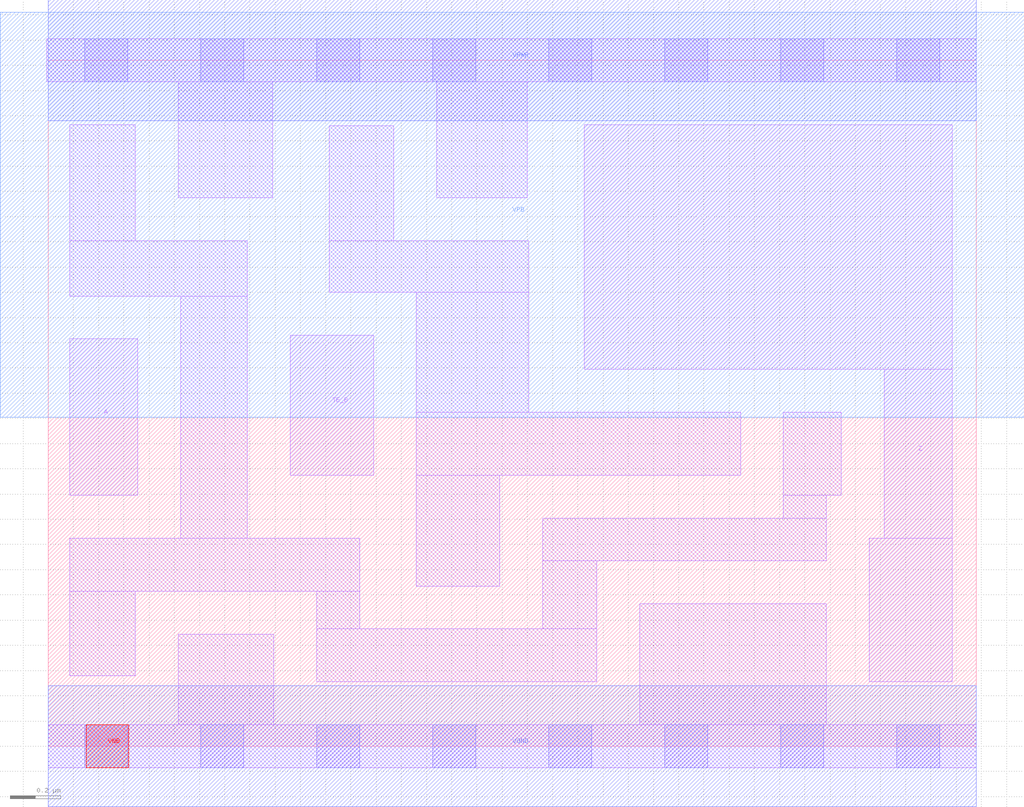
<source format=lef>
# Copyright 2020 The SkyWater PDK Authors
#
# Licensed under the Apache License, Version 2.0 (the "License");
# you may not use this file except in compliance with the License.
# You may obtain a copy of the License at
#
#     https://www.apache.org/licenses/LICENSE-2.0
#
# Unless required by applicable law or agreed to in writing, software
# distributed under the License is distributed on an "AS IS" BASIS,
# WITHOUT WARRANTIES OR CONDITIONS OF ANY KIND, either express or implied.
# See the License for the specific language governing permissions and
# limitations under the License.
#
# SPDX-License-Identifier: Apache-2.0

VERSION 5.7 ;
  NOWIREEXTENSIONATPIN ON ;
  DIVIDERCHAR "/" ;
  BUSBITCHARS "[]" ;
PROPERTYDEFINITIONS
  MACRO maskLayoutSubType STRING ;
  MACRO prCellType STRING ;
  MACRO originalViewName STRING ;
END PROPERTYDEFINITIONS
MACRO sky130_fd_sc_hdll__ebufn_1
  CLASS CORE ;
  FOREIGN sky130_fd_sc_hdll__ebufn_1 ;
  ORIGIN  0.000000  0.000000 ;
  SIZE  3.680000 BY  2.720000 ;
  SYMMETRY X Y R90 ;
  SITE unithd ;
  PIN A
    ANTENNAGATEAREA  0.178200 ;
    DIRECTION INPUT ;
    USE SIGNAL ;
    PORT
      LAYER li1 ;
        RECT 0.085000 0.995000 0.355000 1.615000 ;
    END
  END A
  PIN TE_B
    ANTENNAGATEAREA  0.358200 ;
    DIRECTION INPUT ;
    USE SIGNAL ;
    PORT
      LAYER li1 ;
        RECT 0.960000 1.075000 1.290000 1.630000 ;
    END
  END TE_B
  PIN VGND
    ANTENNADIFFAREA  0.365250 ;
    DIRECTION INOUT ;
    USE SIGNAL ;
    PORT
      LAYER met1 ;
        RECT 0.000000 -0.240000 3.680000 0.240000 ;
    END
  END VGND
  PIN VPWR
    ANTENNADIFFAREA  0.465600 ;
    DIRECTION INOUT ;
    USE SIGNAL ;
    PORT
      LAYER met1 ;
        RECT 0.000000 2.480000 3.680000 2.960000 ;
    END
  END VPWR
  PIN Z
    ANTENNADIFFAREA  0.700500 ;
    DIRECTION OUTPUT ;
    USE SIGNAL ;
    PORT
      LAYER li1 ;
        RECT 2.125000 1.495000 3.585000 2.465000 ;
        RECT 3.255000 0.255000 3.585000 0.825000 ;
        RECT 3.315000 0.825000 3.585000 1.495000 ;
    END
  END Z
  PIN VNB
    DIRECTION INOUT ;
    USE GROUND ;
    PORT
      LAYER pwell ;
        RECT 0.150000 -0.085000 0.320000 0.085000 ;
    END
  END VNB
  PIN VPB
    DIRECTION INOUT ;
    USE POWER ;
    PORT
      LAYER nwell ;
        RECT -0.190000 1.305000 3.870000 2.910000 ;
    END
  END VPB
  OBS
    LAYER li1 ;
      RECT -0.005000  2.635000 3.680000 2.805000 ;
      RECT  0.000000 -0.085000 3.680000 0.085000 ;
      RECT  0.085000  0.280000 0.345000 0.615000 ;
      RECT  0.085000  0.615000 1.235000 0.825000 ;
      RECT  0.085000  1.785000 0.790000 2.005000 ;
      RECT  0.085000  2.005000 0.345000 2.465000 ;
      RECT  0.515000  0.085000 0.895000 0.445000 ;
      RECT  0.515000  2.175000 0.890000 2.635000 ;
      RECT  0.525000  0.825000 0.790000 1.785000 ;
      RECT  1.065000  0.255000 2.175000 0.465000 ;
      RECT  1.065000  0.465000 1.235000 0.615000 ;
      RECT  1.115000  1.800000 1.905000 2.005000 ;
      RECT  1.115000  2.005000 1.370000 2.460000 ;
      RECT  1.460000  0.635000 1.790000 1.075000 ;
      RECT  1.460000  1.075000 2.745000 1.325000 ;
      RECT  1.460000  1.325000 1.905000 1.800000 ;
      RECT  1.540000  2.175000 1.900000 2.635000 ;
      RECT  1.960000  0.465000 2.175000 0.735000 ;
      RECT  1.960000  0.735000 3.085000 0.905000 ;
      RECT  2.345000  0.085000 3.085000 0.565000 ;
      RECT  2.915000  0.905000 3.085000 0.995000 ;
      RECT  2.915000  0.995000 3.145000 1.325000 ;
    LAYER mcon ;
      RECT 0.145000 -0.085000 0.315000 0.085000 ;
      RECT 0.145000  2.635000 0.315000 2.805000 ;
      RECT 0.605000 -0.085000 0.775000 0.085000 ;
      RECT 0.605000  2.635000 0.775000 2.805000 ;
      RECT 1.065000 -0.085000 1.235000 0.085000 ;
      RECT 1.065000  2.635000 1.235000 2.805000 ;
      RECT 1.525000 -0.085000 1.695000 0.085000 ;
      RECT 1.525000  2.635000 1.695000 2.805000 ;
      RECT 1.985000 -0.085000 2.155000 0.085000 ;
      RECT 1.985000  2.635000 2.155000 2.805000 ;
      RECT 2.445000 -0.085000 2.615000 0.085000 ;
      RECT 2.445000  2.635000 2.615000 2.805000 ;
      RECT 2.905000 -0.085000 3.075000 0.085000 ;
      RECT 2.905000  2.635000 3.075000 2.805000 ;
      RECT 3.365000 -0.085000 3.535000 0.085000 ;
      RECT 3.365000  2.635000 3.535000 2.805000 ;
  END
  PROPERTY maskLayoutSubType "abstract" ;
  PROPERTY prCellType "standard" ;
  PROPERTY originalViewName "layout" ;
END sky130_fd_sc_hdll__ebufn_1
END LIBRARY

</source>
